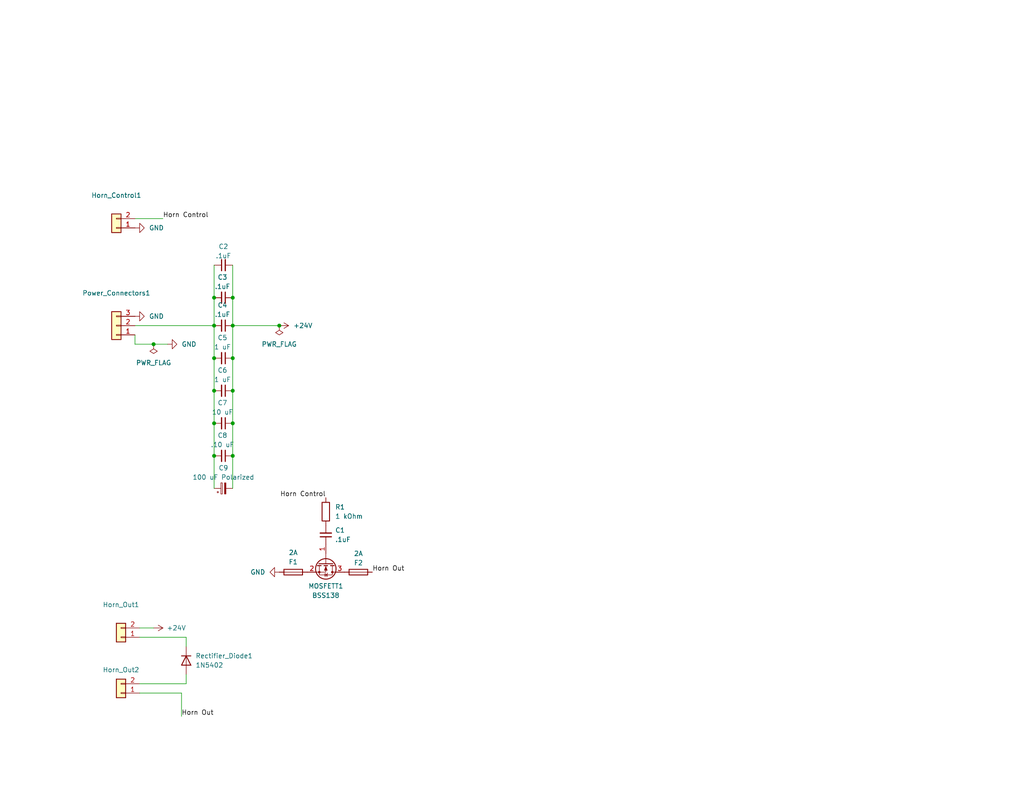
<source format=kicad_sch>
(kicad_sch (version 20231120) (generator "eeschema") (generator_version "8.0")
  (paper "USLetter")
  (title_block (title "Horn Project") (date "2022-08-16") (rev "0.0") (company "Illini Solar Car") (comment 1 "Designed By: Omraan Khan"))
  (lib_symbols
    (symbol "Connector_Generic:Conn_01x02" (pin_names (offset 1.016) hide)
      (property "Reference" "J" (at 0 2.54 0))
      (property "Value" "Conn_01x02" (at 0 -5.08 0))
      (symbol "Conn_01x02_1_1"
        (rectangle (start -1.27 -2.413) (end 0 -2.667) (stroke (width 0.1524)))
        (rectangle (start -1.27 0.127) (end 0 -0.127) (stroke (width 0.1524)))
        (rectangle (start -1.27 1.27) (end 1.27 -3.81) (stroke (width 0.254)) (fill (type background)))
        (pin passive line (at -5.08 0 0) (length 3.81) (name "Pin_1") (number "1"))
        (pin passive line (at -5.08 -2.54 0) (length 3.81) (name "Pin_2") (number "2"))
      )
    )
    (symbol "Connector_Generic:Conn_01x03" (pin_names (offset 1.016) hide)
      (property "Reference" "J" (at 0 5.08 0))
      (property "Value" "Conn_01x03" (at 0 -5.08 0))
      (symbol "Conn_01x03_1_1"
        (rectangle (start -1.27 -2.413) (end 0 -2.667) (stroke (width 0.1524)))
        (rectangle (start -1.27 0.127) (end 0 -0.127) (stroke (width 0.1524)))
        (rectangle (start -1.27 2.667) (end 0 2.413) (stroke (width 0.1524)))
        (rectangle (start -1.27 3.81) (end 1.27 -3.81) (stroke (width 0.254)) (fill (type background)))
        (pin passive line (at -5.08 2.54 0) (length 3.81) (name "Pin_1") (number "1"))
        (pin passive line (at -5.08 0 0) (length 3.81) (name "Pin_2") (number "2"))
        (pin passive line (at -5.08 -2.54 0) (length 3.81) (name "Pin_3") (number "3"))
      )
    )
    (symbol "Device:C_Polarized_Small" (pin_numbers hide) (pin_names (offset 0.254) hide)
      (property "Reference" "C" (at 0.254 1.778 0))
      (property "Value" "C_Polarized_Small" (at 0.254 -2.032 0))
      (symbol "C_Polarized_Small_0_1"
        (rectangle (start -1.524 -0.3048) (end 1.524 -0.6858) (fill (type outline)))
        (rectangle (start -1.524 0.6858) (end 1.524 0.3048))
        (polyline (pts (xy -1.27 1.524) (xy -0.762 1.524)))
        (polyline (pts (xy -1.016 1.27) (xy -1.016 1.778)))
      )
      (symbol "C_Polarized_Small_1_1"
        (pin passive line (at 0 2.54 270) (length 1.8542) (name "~") (number "1"))
        (pin passive line (at 0 -2.54 90) (length 1.8542) (name "~") (number "2"))
      )
    )
    (symbol "Device:Fuse" (pin_numbers hide) (pin_names (offset 0))
      (property "Reference" "F" (at 2.032 0 90))
      (property "Value" "Fuse" (at -1.905 0 90))
      (symbol "Fuse_0_1"
        (rectangle (start -0.762 -2.54) (end 0.762 2.54) (stroke (width 0.254)))
        (polyline (pts (xy 0 2.54) (xy 0 -2.54)))
      )
      (symbol "Fuse_1_1"
        (pin passive line (at 0 3.81 270) (length 1.27) (name "~") (number "1"))
        (pin passive line (at 0 -3.81 90) (length 1.27) (name "~") (number "2"))
      )
    )
    (symbol "Diode:1N5402" (pin_numbers hide) (pin_names (offset 1.016) hide)
      (property "Reference" "D" (at 0 2.54 0))
      (property "Value" "1N5402" (at 0 -2.54 0))
      (symbol "1N5402_0_1"
        (polyline (pts (xy -1.27 1.27) (xy -1.27 -1.27)) (stroke (width 0.254)))
        (polyline (pts (xy 1.27 0) (xy -1.27 0)))
        (polyline (pts (xy 1.27 1.27) (xy 1.27 -1.27) (xy -1.27 0) (xy 1.27 1.27)) (stroke (width 0.254)))
      )
      (symbol "1N5402_1_1"
        (pin passive line (at -3.81 0 0) (length 2.54) (name "K") (number "1"))
        (pin passive line (at 3.81 0 180) (length 2.54) (name "A") (number "2"))
      )
    )
    (symbol "Transistor_FET:BSS138" (pin_names hide)
      (property "Reference" "Q" (at 5.08 1.905 0))
      (property "Value" "BSS138" (at 5.08 0 0))
      (symbol "BSS138_0_1"
        (polyline (pts (xy 0.254 0) (xy -2.54 0)))
        (polyline (pts (xy 0.254 1.905) (xy 0.254 -1.905)) (stroke (width 0.254)))
        (polyline (pts (xy 0.762 -1.27) (xy 0.762 -2.286)) (stroke (width 0.254)))
        (polyline (pts (xy 0.762 0.508) (xy 0.762 -0.508)) (stroke (width 0.254)))
        (polyline (pts (xy 0.762 2.286) (xy 0.762 1.27)) (stroke (width 0.254)))
        (polyline (pts (xy 2.54 2.54) (xy 2.54 1.778)))
        (polyline (pts (xy 2.54 -2.54) (xy 2.54 0) (xy 0.762 0)))
        (polyline (pts (xy 0.762 -1.778) (xy 3.302 -1.778) (xy 3.302 1.778) (xy 0.762 1.778)))
        (polyline (pts (xy 1.016 0) (xy 2.032 0.381) (xy 2.032 -0.381) (xy 1.016 0)) (fill (type outline)))
        (polyline (pts (xy 2.794 0.508) (xy 2.921 0.381) (xy 3.683 0.381) (xy 3.81 0.254)))
        (polyline (pts (xy 3.302 0.381) (xy 2.921 -0.254) (xy 3.683 -0.254) (xy 3.302 0.381)))
        (circle (center 1.651 0) (radius 2.794) (stroke (width 0.254)))
        (circle (center 2.54 -1.778) (radius 0.254) (fill (type outline)))
        (circle (center 2.54 1.778) (radius 0.254) (fill (type outline)))
      )
      (symbol "BSS138_1_1"
        (pin input line (at -5.08 0 0) (length 2.54) (name "G") (number "1"))
        (pin passive line (at 2.54 -5.08 90) (length 2.54) (name "S") (number "2"))
        (pin passive line (at 2.54 5.08 270) (length 2.54) (name "D") (number "3"))
      )
    )
    (symbol "device:C_Small" (pin_numbers hide) (pin_names (offset 0.254) hide)
      (property "Reference" "C" (at 0.254 1.778 0))
      (property "Value" "C_Small" (at 0.254 -2.032 0))
      (symbol "C_Small_0_1"
        (polyline (pts (xy -1.524 -0.508) (xy 1.524 -0.508)) (stroke (width 0.3302)))
        (polyline (pts (xy -1.524 0.508) (xy 1.524 0.508)) (stroke (width 0.3048)))
      )
      (symbol "C_Small_1_1"
        (pin passive line (at 0 2.54 270) (length 2.032) (name "~") (number "1"))
        (pin passive line (at 0 -2.54 90) (length 2.032) (name "~") (number "2"))
      )
    )
    (symbol "device:R" (pin_numbers hide) (pin_names (offset 0))
      (property "Reference" "R" (at 2.032 0 90))
      (property "Value" "R" (at 0 0 90))
      (symbol "R_0_1"
        (rectangle (start -1.016 -2.54) (end 1.016 2.54) (stroke (width 0.254)))
      )
      (symbol "R_1_1"
        (pin passive line (at 0 3.81 270) (length 1.27) (name "~") (number "1"))
        (pin passive line (at 0 -3.81 90) (length 1.27) (name "~") (number "2"))
      )
    )
    (symbol "power:+24V" (power) (pin_names (offset 0))
      (property "Value" "+24V" (at 0 3.556 0))
      (symbol "+24V_0_1"
        (polyline (pts (xy -0.762 1.27) (xy 0 2.54)))
        (polyline (pts (xy 0 0) (xy 0 2.54)))
        (polyline (pts (xy 0 2.54) (xy 0.762 1.27)))
      )
      (symbol "+24V_1_1"
        (pin power_in line (at 0 0 90) (length 0) hide (name "+24V") (number "1"))
      )
    )
    (symbol "power:GND" (power) (pin_names (offset 0))
      (property "Value" "GND" (at 0 -3.81 0))
      (symbol "GND_0_1"
        (polyline (pts (xy 0 0) (xy 0 -1.27) (xy 1.27 -1.27) (xy 0 -2.54) (xy -1.27 -1.27) (xy 0 -1.27)))
      )
      (symbol "GND_1_1"
        (pin power_in line (at 0 0 270) (length 0) hide (name "GND") (number "1"))
      )
    )
    (symbol "power:PWR_FLAG" (power) (pin_numbers hide) (pin_names (offset 0) hide)
      (property "Value" "PWR_FLAG" (at 0 3.81 0))
      (symbol "PWR_FLAG_0_0"
        (pin power_out line (at 0 0 90) (length 0) (name "pwr") (number "1"))
      )
      (symbol "PWR_FLAG_0_1"
        (polyline (pts (xy 0 0) (xy 0 1.27) (xy -1.016 1.905) (xy 0 2.54) (xy 1.016 1.905) (xy 0 1.27)))
      )
    )
  )
  (junction (at 58.42 97.79))
  (junction (at 63.5 115.57))
  (junction (at 58.42 88.9))
  (junction (at 58.42 106.68))
  (junction (at 76.2 88.9))
  (junction (at 58.42 115.57))
  (junction (at 58.42 124.46))
  (junction (at 41.91 93.98))
  (junction (at 58.42 81.28))
  (junction (at 63.5 97.79))
  (junction (at 63.5 106.68))
  (junction (at 63.5 88.9))
  (junction (at 63.5 81.28))
  (junction (at 63.5 124.46))
  (wire (pts (xy 36.83 93.98) (xy 36.83 91.44)))
  (wire (pts (xy 63.5 88.9) (xy 76.2 88.9)))
  (wire (pts (xy 63.5 72.39) (xy 63.5 81.28)))
  (wire (pts (xy 38.1 186.69) (xy 50.8 186.69)))
  (wire (pts (xy 38.1 189.23) (xy 49.53 189.23)))
  (wire (pts (xy 50.8 173.99) (xy 50.8 176.53)))
  (wire (pts (xy 63.5 115.57) (xy 63.5 124.46)))
  (wire (pts (xy 38.1 173.99) (xy 50.8 173.99)))
  (wire (pts (xy 58.42 81.28) (xy 58.42 88.9)))
  (wire (pts (xy 41.91 93.98) (xy 36.83 93.98)))
  (wire (pts (xy 58.42 115.57) (xy 58.42 124.46)))
  (wire (pts (xy 58.42 72.39) (xy 58.42 81.28)))
  (wire (pts (xy 63.5 106.68) (xy 63.5 115.57)))
  (wire (pts (xy 63.5 81.28) (xy 63.5 88.9)))
  (wire (pts (xy 63.5 88.9) (xy 63.5 97.79)))
  (wire (pts (xy 38.1 171.45) (xy 41.91 171.45)))
  (wire (pts (xy 36.83 88.9) (xy 58.42 88.9)))
  (wire (pts (xy 58.42 88.9) (xy 58.42 97.79)))
  (wire (pts (xy 44.45 59.69) (xy 36.83 59.69)))
  (wire (pts (xy 63.5 124.46) (xy 63.5 133.35)))
  (wire (pts (xy 58.42 106.68) (xy 58.42 115.57)))
  (wire (pts (xy 63.5 97.79) (xy 63.5 106.68)))
  (wire (pts (xy 50.8 184.15) (xy 50.8 186.69)))
  (wire (pts (xy 45.72 93.98) (xy 41.91 93.98)))
  (wire (pts (xy 58.42 124.46) (xy 58.42 133.35)))
  (wire (pts (xy 58.42 97.79) (xy 58.42 106.68)))
  (wire (pts (xy 49.53 189.23) (xy 49.53 195.58)))
  (label "Horn Out" (at 49.53 195.58 0))
  (label "Horn Control" (at 44.45 59.69 0))
  (label "Horn Out" (at 101.6 156.21 0))
  (label "Horn Control" (at 88.9 135.89 180))
  (symbol (lib_id "device:C_Small") (at 60.96 115.57 270) (unit 1)
    (property "Reference" "C7" (at 60.706 109.982 90))
    (property "Value" "10 uF" (at 60.706 112.522 90))
    (property "Footprint" "Capacitor_SMD:C_0603_1608Metric" (effects (hide yes)))
    (property "Description" "Unpolarized capacitor, small symbol" (effects (hide yes)))
  )
  (symbol (lib_id "power:GND") (at 76.2 156.21 270) (unit 1)
    (property "Reference" "#PWR05" (effects (hide yes)))
    (property "Value" "GND" (at 72.39 156.2101 90) (effects (justify right)))
    (property "Description" "Power symbol creates a global label with name \"GND\" , ground" (effects (hide yes)))
  )
  (symbol (lib_id "device:C_Small") (at 88.9 146.05 180) (unit 1)
    (property "Reference" "C1" (at 91.44 144.7735 0) (effects (justify right)))
    (property "Value" ".1uF" (at 91.44 147.3135 0) (effects (justify right)))
    (property "Footprint" "Capacitor_SMD:C_0603_1608Metric" (effects (hide yes)))
    (property "Description" "Unpolarized capacitor, small symbol" (effects (hide yes)))
  )
  (symbol (lib_id "Connector_Generic:Conn_01x02") (at 33.02 189.23 180) (unit 1)
    (property "Reference" "Horn_Out2" (at 33.02 182.88 0))
    (property "Value" "Conn_01x02" (effects (hide yes)))
    (property "Footprint" "Connector_Molex:Molex_KK-254_AE-6410-02A_1x02_P2.54mm_Vertical" (effects (hide yes)))
    (property "Description" "Generic connector, single row, 01x02, script generated (kicad-library-utils/schlib/autogen/connector/)" (effects (hide yes)))
  )
  (symbol (lib_id "device:C_Small") (at 60.96 72.39 90) (unit 1)
    (property "Reference" "C2" (at 60.96 67.31 90))
    (property "Value" ".1uF" (at 60.96 69.85 90))
    (property "Footprint" "Capacitor_SMD:C_0603_1608Metric" (effects (hide yes)))
    (property "Description" "Unpolarized capacitor, small symbol" (effects (hide yes)))
  )
  (symbol (lib_id "Connector_Generic:Conn_01x02") (at 31.75 62.23 180) (unit 1)
    (property "Reference" "Horn_Control1" (at 31.75 53.34 0))
    (property "Value" "Conn_01x02" (effects (hide yes)))
    (property "Footprint" "Connector_Molex:Molex_KK-254_AE-6410-02A_1x02_P2.54mm_Vertical" (effects (hide yes)))
    (property "Description" "Generic connector, single row, 01x02, script generated (kicad-library-utils/schlib/autogen/connector/)" (effects (hide yes)))
  )
  (symbol (lib_id "device:C_Small") (at 60.96 124.46 270) (unit 1)
    (property "Reference" "C8" (at 60.706 118.872 90))
    (property "Value" ".10 uF" (at 60.706 121.412 90))
    (property "Footprint" "Capacitor_SMD:C_0603_1608Metric" (effects (hide yes)))
    (property "Description" "Unpolarized capacitor, small symbol" (effects (hide yes)))
  )
  (symbol (lib_id "Transistor_FET:BSS138") (at 88.9 153.67 270) (unit 1)
    (property "Reference" "MOSFETT1" (at 88.9 160.02 90))
    (property "Value" "BSS138" (at 88.9 162.56 90))
    (property "Footprint" "Package_TO_SOT_SMD:SOT-23" (effects (hide yes)))
    (property "Datasheet" "https://www.onsemi.com/pub/Collateral/BSS138-D.PDF" (effects (hide yes)))
    (property "Description" "50V Vds, 0.22A Id, N-Channel MOSFET, SOT-23" (effects (hide yes)))
  )
  (symbol (lib_id "Device:Fuse") (at 80.01 156.21 270) (unit 1)
    (property "Reference" "F1" (at 80.01 153.416 90))
    (property "Value" "2A" (at 80.01 150.876 90))
    (property "Footprint" "Fuse:Fuse_0603_1608Metric" (effects (hide yes)))
    (property "Description" "Fuse" (effects (hide yes)))
  )
  (symbol (lib_id "Connector_Generic:Conn_01x03") (at 31.75 88.9 180) (unit 1)
    (property "Reference" "Power_Connectors1" (at 31.75 80.01 0))
    (property "Value" "Conn_01x03" (effects (hide yes)))
    (property "Footprint" "Connector_Molex:Molex_KK-254_AE-6410-03A_1x03_P2.54mm_Vertical" (effects (hide yes)))
    (property "Description" "Generic connector, single row, 01x03, script generated (kicad-library-utils/schlib/autogen/connector/)" (effects (hide yes)))
  )
  (symbol (lib_id "power:GND") (at 45.72 93.98 90) (unit 1)
    (property "Reference" "#PWR02" (effects (hide yes)))
    (property "Value" "GND" (at 49.53 93.9799 90) (effects (justify right)))
    (property "Description" "Power symbol creates a global label with name \"GND\" , ground" (effects (hide yes)))
  )
  (symbol (lib_id "Connector_Generic:Conn_01x02") (at 33.02 173.99 180) (unit 1)
    (property "Reference" "Horn_Out1" (at 33.02 165.1 0))
    (property "Value" "Conn_01x02" (effects (hide yes)))
    (property "Footprint" "Connector_Molex:Molex_KK-254_AE-6410-02A_1x02_P2.54mm_Vertical" (effects (hide yes)))
    (property "Description" "Generic connector, single row, 01x02, script generated (kicad-library-utils/schlib/autogen/connector/)" (effects (hide yes)))
  )
  (symbol (lib_id "power:GND") (at 36.83 86.36 90) (unit 1)
    (property "Reference" "#PWR03" (effects (hide yes)))
    (property "Value" "GND" (at 40.64 86.3599 90) (effects (justify right)))
    (property "Description" "Power symbol creates a global label with name \"GND\" , ground" (effects (hide yes)))
  )
  (symbol (lib_id "device:C_Small") (at 60.96 97.79 270) (unit 1)
    (property "Reference" "C5" (at 60.706 92.202 90))
    (property "Value" "1 uF" (at 60.706 94.742 90))
    (property "Footprint" "Capacitor_SMD:C_0603_1608Metric" (effects (hide yes)))
    (property "Description" "Unpolarized capacitor, small symbol" (effects (hide yes)))
  )
  (symbol (lib_id "device:C_Small") (at 60.96 88.9 270) (unit 1)
    (property "Reference" "C4" (at 60.706 83.312 90))
    (property "Value" ".1uF" (at 60.706 85.852 90))
    (property "Footprint" "Capacitor_SMD:C_0603_1608Metric" (effects (hide yes)))
    (property "Description" "Unpolarized capacitor, small symbol" (effects (hide yes)))
  )
  (symbol (lib_id "power:GND") (at 36.83 62.23 90) (unit 1)
    (property "Reference" "#PWR04" (effects (hide yes)))
    (property "Value" "GND" (at 40.64 62.2299 90) (effects (justify right)))
    (property "Description" "Power symbol creates a global label with name \"GND\" , ground" (effects (hide yes)))
  )
  (symbol (lib_id "power:PWR_FLAG") (at 76.2 88.9 180) (unit 1)
    (property "Reference" "#FLG02" (effects (hide yes)))
    (property "Value" "PWR_FLAG" (at 76.2 93.98 0))
    (property "Description" "Special symbol for telling ERC where power comes from" (effects (hide yes)))
  )
  (symbol (lib_id "power:+24V") (at 41.91 171.45 270) (unit 1)
    (property "Reference" "#PWR07" (effects (hide yes)))
    (property "Value" "+24V" (at 45.466 171.45 90) (effects (justify left)))
    (property "Description" "Power symbol creates a global label with name \"+24V\"" (effects (hide yes)))
  )
  (symbol (lib_id "device:R") (at 88.9 139.7 180) (unit 1)
    (property "Reference" "R1" (at 91.44 138.4299 0) (effects (justify right)))
    (property "Value" "1 kOhm" (at 91.44 140.9699 0) (effects (justify right)))
    (property "Footprint" "Resistor_SMD:R_0603_1608Metric" (effects (hide yes)))
    (property "Description" "Resistor" (effects (hide yes)))
  )
  (symbol (lib_id "power:PWR_FLAG") (at 41.91 93.98 180) (unit 1)
    (property "Reference" "#FLG01" (effects (hide yes)))
    (property "Value" "PWR_FLAG" (at 41.91 99.06 0))
    (property "Description" "Special symbol for telling ERC where power comes from" (effects (hide yes)))
  )
  (symbol (lib_id "Device:Fuse") (at 97.79 156.21 270) (unit 1)
    (property "Reference" "F2" (at 99.06 153.6701 90) (effects (justify right)))
    (property "Value" "2A" (at 99.06 151.1301 90) (effects (justify right)))
    (property "Footprint" "Fuse:Fuse_0603_1608Metric" (effects (hide yes)))
    (property "Description" "Fuse" (effects (hide yes)))
  )
  (symbol (lib_id "device:C_Small") (at 60.96 106.68 270) (unit 1)
    (property "Reference" "C6" (at 60.706 101.092 90))
    (property "Value" "1 uF" (at 60.706 103.632 90))
    (property "Footprint" "Capacitor_SMD:C_0603_1608Metric" (effects (hide yes)))
    (property "Description" "Unpolarized capacitor, small symbol" (effects (hide yes)))
  )
  (symbol (lib_id "device:C_Small") (at 60.96 81.28 270) (unit 1)
    (property "Reference" "C3" (at 60.706 75.692 90))
    (property "Value" ".1uF" (at 60.706 78.232 90))
    (property "Footprint" "Capacitor_SMD:C_0603_1608Metric" (effects (hide yes)))
    (property "Description" "Unpolarized capacitor, small symbol" (effects (hide yes)))
  )
  (symbol (lib_id "Device:C_Polarized_Small") (at 60.96 133.35 90) (unit 1)
    (property "Reference" "C9" (at 60.96 127.762 90))
    (property "Value" "100 uF Polarized" (at 60.96 130.302 90))
    (property "Footprint" "Capacitor_SMD:C_0603_1608Metric" (effects (hide yes)))
    (property "Description" "Polarized capacitor, small symbol" (effects (hide yes)))
  )
  (symbol (lib_id "Diode:1N5402") (at 50.8 180.34 270) (unit 1)
    (property "Reference" "Rectifier_Diode1" (at 53.34 179.0699 90) (effects (justify left)))
    (property "Value" "1N5402" (at 53.34 181.6099 90) (effects (justify left)))
    (property "Footprint" "Diode_THT:D_DO-201AD_P15.24mm_Horizontal" (effects (hide yes)))
    (property "Datasheet" "http://www.vishay.com/docs/88516/1n5400.pdf" (effects (hide yes)))
    (property "Description" "200V 3A General Purpose Rectifier Diode, DO-201AD" (effects (hide yes)))
  )
  (symbol (lib_id "power:+24V") (at 76.2 88.9 270) (unit 1)
    (property "Reference" "#PWR01" (effects (hide yes)))
    (property "Value" "+24V" (at 80.01 88.8999 90) (effects (justify left)))
    (property "Description" "Power symbol creates a global label with name \"+24V\"" (effects (hide yes)))
  )
)
</source>
